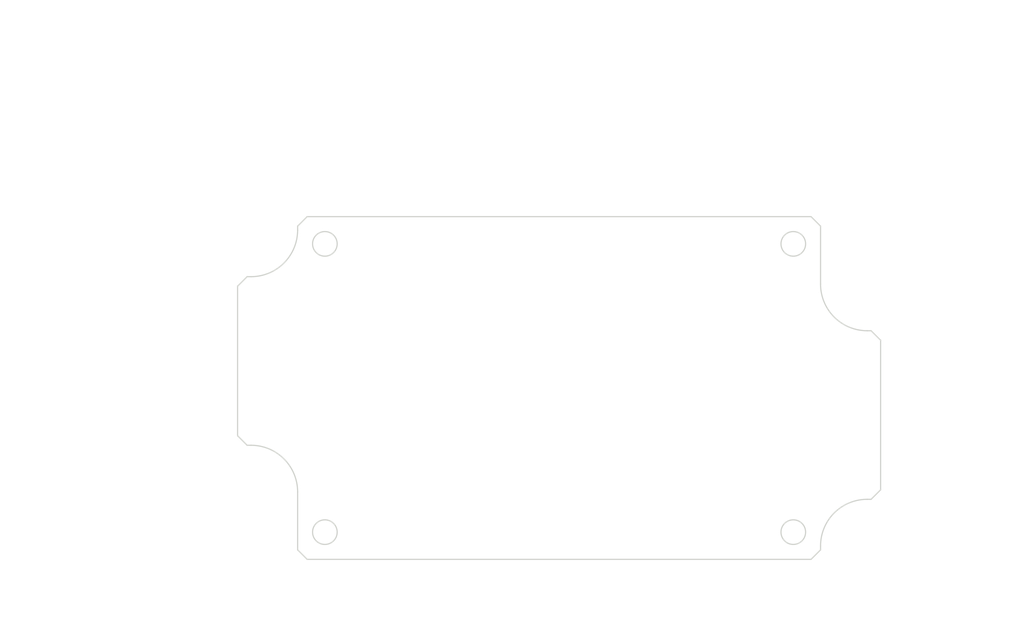
<source format=kicad_pcb>
(kicad_pcb (version 20221018) (generator pcbnew)

  (general
    (thickness 1.6)
  )

  (paper "A4")
  (layers
    (0 "F.Cu" signal)
    (31 "B.Cu" signal)
    (32 "B.Adhes" user "B.Adhesive")
    (33 "F.Adhes" user "F.Adhesive")
    (34 "B.Paste" user)
    (35 "F.Paste" user)
    (36 "B.SilkS" user "B.Silkscreen")
    (37 "F.SilkS" user "F.Silkscreen")
    (38 "B.Mask" user)
    (39 "F.Mask" user)
    (40 "Dwgs.User" user "User.Drawings")
    (41 "Cmts.User" user "User.Comments")
    (42 "Eco1.User" user "User.Eco1")
    (43 "Eco2.User" user "User.Eco2")
    (44 "Edge.Cuts" user)
    (45 "Margin" user)
    (46 "B.CrtYd" user "B.Courtyard")
    (47 "F.CrtYd" user "F.Courtyard")
    (48 "B.Fab" user)
    (49 "F.Fab" user)
  )

  (setup
    (pad_to_mask_clearance 0.051)
    (solder_mask_min_width 0.25)
    (pcbplotparams
      (layerselection 0x00010fc_ffffffff)
      (plot_on_all_layers_selection 0x0000000_00000000)
      (disableapertmacros false)
      (usegerberextensions false)
      (usegerberattributes false)
      (usegerberadvancedattributes false)
      (creategerberjobfile false)
      (dashed_line_dash_ratio 12.000000)
      (dashed_line_gap_ratio 3.000000)
      (svgprecision 4)
      (plotframeref false)
      (viasonmask false)
      (mode 1)
      (useauxorigin false)
      (hpglpennumber 1)
      (hpglpenspeed 20)
      (hpglpendiameter 15.000000)
      (dxfpolygonmode true)
      (dxfimperialunits true)
      (dxfusepcbnewfont true)
      (psnegative false)
      (psa4output false)
      (plotreference true)
      (plotvalue true)
      (plotinvisibletext false)
      (sketchpadsonfab false)
      (subtractmaskfromsilk false)
      (outputformat 1)
      (mirror false)
      (drillshape 1)
      (scaleselection 1)
      (outputdirectory "")
    )
  )

  (net 0 "")

  (gr_line (start 92.766951 72.206335) (end 89.955865 72.206335)
    (stroke (width 0.2) (type solid)) (layer "Dwgs.User") (tstamp 0a01fd33-c841-4ed5-a122-c1089932b17c))
  (gr_line (start 92.766951 94.572452) (end 92.766951 48.014729)
    (stroke (width 0.2) (type solid)) (layer "Dwgs.User") (tstamp 0d3a8dd3-e732-4f5c-a388-d20154bbccef))
  (gr_line (start 199.841048 103.572452) (end 199.841048 48.014729)
    (stroke (width 0.2) (type solid)) (layer "Dwgs.User") (tstamp 0e83a221-672f-47f6-9855-697d1f8029f3))
  (gr_line (start 115.557608 122.71681) (end 113.557608 122.71681)
    (stroke (width 0.2) (type solid)) (layer "Dwgs.User") (tstamp 16af998e-9de7-4626-ba6c-d14b2de1132e))
  (gr_line (start 189.047294 140.265301) (end 189.8838 142.673672)
    (stroke (width 0.2) (type solid)) (layer "Dwgs.User") (tstamp 267cddf4-fe1b-4ec5-9eda-a2f12fade508))
  (gr_line (start 94.766951 51.189729) (end 141.596087 51.189729)
    (stroke (width 0.2) (type solid)) (layer "Dwgs.User") (tstamp 2cb913c5-911c-42ee-9bb4-bc5760e23e6b))
  (gr_line (start 105.303999 146.522) (end 104.646404 146.522)
    (stroke (width 0.2) (type solid)) (layer "Dwgs.User") (tstamp 2d5ca1b8-0634-453f-9979-eaae8749dde2))
  (gr_line (start 189.8838 142.673672) (end 190.74575 142.16668)
    (stroke (width 0.2) (type solid)) (layer "Dwgs.User") (tstamp 3086958a-7f27-4e40-9e23-851ef41a0f70))
  (gr_line (start 215.992243 134.522) (end 215.992243 116.079436)
    (stroke (width 0.2) (type solid)) (layer "Dwgs.User") (tstamp 32534e12-4720-4a93-a48f-52da7fa02682))
  (gr_line (start 197.841048 51.189729) (end 151.011912 51.189729)
    (stroke (width 0.2) (type solid)) (layer "Dwgs.User") (tstamp 3313485a-8aae-4eeb-8174-c3547bb2f4d6))
  (gr_line (start 120.079197 134.522) (end 120.079197 132.522)
    (stroke (width 0.2) (type solid)) (layer "Dwgs.User") (tstamp 3a70ecac-2ad2-4da2-bd14-8ce53f7077dc))
  (gr_line (start 81.601431 93.984952) (end 81.601431 99.957285)
    (stroke (width 0.2) (type solid)) (layer "Dwgs.User") (tstamp 428a63d8-965d-4073-b826-912d1d0cbd40))
  (gr_line (start 57.235491 139.059049) (end 57.235491 116.079436)
    (stroke (width 0.2) (type solid)) (layer "Dwgs.User") (tstamp 456e8cec-d2d3-48b1-8410-2ceeb6a6f78f))
  (gr_line (start 189.047298 140.265299) (end 189.883805 142.673671)
    (stroke (width 0.2) (type solid)) (layer "Dwgs.User") (tstamp 47144f83-dc80-4e46-b9e9-8dce07c3e5a7))
  (gr_line (start 186.304 136.522) (end 219.167243 136.522)
    (stroke (width 0.2) (type solid)) (layer "Dwgs.User") (tstamp 4726553d-75fb-4894-8d14-b935283a6883))
  (gr_line (start 93.354451 93.984952) (end 81.179451 93.984952)
    (stroke (width 0.2) (type solid)) (layer "Dwgs.User") (tstamp 4ff01697-5696-4e08-84e9-b2b35c3d493d))
  (gr_line (start 109.303999 73.851084) (end 142.259388 73.851084)
    (stroke (width 0.2) (type solid)) (layer "Dwgs.User") (tstamp 59f2b15a-fad2-4db0-9a2d-5038196c89f0))
  (gr_line (start 107.303999 87.522001) (end 107.303999 70.676084)
    (stroke (width 0.2) (type solid)) (layer "Dwgs.User") (tstamp 5c47e754-3388-43e2-b545-0ab97af39fbd))
  (gr_line (start 102.766951 84.572452) (end 102.766951 69.031335)
    (stroke (width 0.2) (type solid)) (layer "Dwgs.User") (tstamp 63e894f2-8476-43cb-8b4b-f739e446822a))
  (gr_line (start 93.354451 93.984952) (end 78.426431 93.984952)
    (stroke (width 0.2) (type solid)) (layer "Dwgs.User") (tstamp 6735c944-abf6-415d-a3a3-bde98cc1699d))
  (gr_line (start 189.841048 84.572452) (end 189.841048 59.002395)
    (stroke (width 0.2) (type solid)) (layer "Dwgs.User") (tstamp 72cc3499-c276-489c-b81c-f26f2de279b2))
  (gr_line (start 100.766951 72.206335) (end 94.766951 72.206335)
    (stroke (width 0.2) (type solid)) (layer "Dwgs.User") (tstamp 74dbd39c-e204-406c-94f5-f237f8c5ba7a))
  (gr_line (start 120.079197 143.059049) (end 120.079197 150.202918)
    (stroke (width 0.2) (type solid)) (layer "Dwgs.User") (tstamp 7de4ddae-0f81-481e-9154-50ef47e3bc4d))
  (gr_line (start 102.766951 84.572452) (end 102.766951 59.002395)
    (stroke (width 0.2) (type solid)) (layer "Dwgs.User") (tstamp 7f22f7c0-09ec-4036-9287-efab04d7ce7b))
  (gr_line (start 186.304 88.522001) (end 219.167243 88.522)
    (stroke (width 0.2) (type solid)) (layer "Dwgs.User") (tstamp 856ac563-3da9-484b-98db-22bc561820b5))
  (gr_line (start 81.601431 99.957285) (end 79.601431 99.957285)
    (stroke (width 0.2) (type solid)) (layer "Dwgs.User") (tstamp 868291a4-d68a-4637-8f35-603c8df31b29))
  (gr_line (start 92.766951 94.572452) (end 92.766951 69.031335)
    (stroke (width 0.2) (type solid)) (layer "Dwgs.User") (tstamp 8a8060e8-f020-4cdb-8689-eec0c7c770e2))
  (gr_line (start 202.818467 141.681541) (end 200.818467 141.681541)
    (stroke (width 0.2) (type solid)) (layer "Dwgs.User") (tstamp 8abb49a5-c35a-4ec8-8dca-6300b9a1fa7f))
  (gr_line (start 107.303999 137.522) (end 107.303999 149.697)
    (stroke (width 0.2) (type solid)) (layer "Dwgs.User") (tstamp 9064c990-5691-4bd8-aa5f-7f3e6bca601a))
  (gr_line (start 113.557608 122.71681) (end 108.975143 132.832857)
    (stroke (width 0.2) (type solid)) (layer "Dwgs.User") (tstamp 948a9691-959e-41b5-a261-cdfcf2b91c3c))
  (gr_line (start 185.304 87.522001) (end 185.304 70.676084)
    (stroke (width 0.2) (type solid)) (layer "Dwgs.User") (tstamp 9df6292c-b1ab-4672-86f2-659d0dfa6117))
  (gr_line (start 108.304 136.522) (end 123.254197 136.522)
    (stroke (width 0.2) (type solid)) (layer "Dwgs.User") (tstamp 9e6b3dc6-d585-4d0a-9f17-3c73925bcf40))
  (gr_line (start 81.601431 85.984952) (end 81.601431 91.984952)
    (stroke (width 0.2) (type solid)) (layer "Dwgs.User") (tstamp ad5778e7-9c36-4459-aaa3-3b62eef998c5))
  (gr_line (start 189.883805 142.673671) (end 190.745755 142.166678)
    (stroke (width 0.2) (type solid)) (layer "Dwgs.User") (tstamp b2f56023-50a3-4f13-8602-6f5687a4d932))
  (gr_line (start 190.745755 142.166678) (end 189.047298 140.265299)
    (stroke (width 0.2) (type solid)) (layer "Dwgs.User") (tstamp b792894d-32f3-47b7-a2a2-aba0fade19df))
  (gr_line (start 84.354451 95.984952) (end 84.354451 104.464565)
    (stroke (width 0.2) (type solid)) (layer "Dwgs.User") (tstamp bb3568a0-23e6-41b7-b339-018d34e30a04))
  (gr_line (start 200.818467 141.681541) (end 193.298203 134.991631)
    (stroke (width 0.2) (type solid)) (layer "Dwgs.User") (tstamp c076fd9c-1bdb-4f99-88b5-c96cb030e44c))
  (gr_line (start 183.304 73.851084) (end 150.348611 73.851084)
    (stroke (width 0.2) (type solid)) (layer "Dwgs.User") (tstamp c1f04db6-81ec-4373-b890-a84b2033730c))
  (gr_line (start 215.992243 90.522001) (end 215.992243 108.964565)
    (stroke (width 0.2) (type solid)) (layer "Dwgs.User") (tstamp c3feeae8-3d97-472f-b980-e96a7b6771d5))
  (gr_line (start 94.766951 146.522) (end 96.558341 146.522)
    (stroke (width 0.2) (type solid)) (layer "Dwgs.User") (tstamp c63af86d-f1ff-4eb8-b177-14ce925822f1))
  (gr_line (start 84.354451 120.059049) (end 84.354451 111.579436)
    (stroke (width 0.2) (type solid)) (layer "Dwgs.User") (tstamp c79a6518-7514-4f58-9c33-c35db43f43b4))
  (gr_line (start 190.31478 142.420174) (end 189.047298 140.265299)
    (stroke (width 0.2) (type solid)) (layer "Dwgs.User") (tstamp c7ddcb62-3caa-44b9-89c6-f507337855eb))
  (gr_line (start 107.303999 136.612001) (end 107.303999 136.432001)
    (stroke (width 0.2) (type solid)) (layer "Dwgs.User") (tstamp c8164266-24fe-421f-81db-896600a26741))
  (gr_line (start 103.354451 83.984952) (end 78.426431 83.984952)
    (stroke (width 0.2) (type solid)) (layer "Dwgs.User") (tstamp cc88a412-8af1-448f-b3c4-39220454796c))
  (gr_line (start 103.354451 141.059049) (end 54.060491 141.059049)
    (stroke (width 0.2) (type solid)) (layer "Dwgs.User") (tstamp d063b92a-3784-4c57-86d6-2430aefd134c))
  (gr_line (start 104.766951 62.177395) (end 142.256489 62.177395)
    (stroke (width 0.2) (type solid)) (layer "Dwgs.User") (tstamp d557f1f9-64a1-4739-b0b5-80d1dd2a5cec))
  (gr_line (start 190.31478 142.420174) (end 194.048706 148.76831)
    (stroke (width 0.2) (type solid)) (layer "Dwgs.User") (tstamp d8a85559-7570-477b-84be-063da923a4d5))
  (gr_line (start 120.079197 150.202918) (end 118.079197 150.202918)
    (stroke (width 0.2) (type solid)) (layer "Dwgs.User") (tstamp e36edd31-613d-4869-910f-6192d0b4b887))
  (gr_line (start 187.841048 62.177395) (end 150.35151 62.177395)
    (stroke (width 0.2) (type solid)) (layer "Dwgs.User") (tstamp e37a6841-9710-4a9b-b368-a4ff5f1a3ba3))
  (gr_line (start 107.213999 136.522001) (end 107.393999 136.522001)
    (stroke (width 0.2) (type solid)) (layer "Dwgs.User") (tstamp e4f990f4-1c56-4075-ad48-3d8ef60e80f7))
  (gr_line (start 194.048706 148.76831) (end 196.548706 148.76831)
    (stroke (width 0.2) (type solid)) (layer "Dwgs.User") (tstamp e88962d1-35f9-4a6b-a410-721374ff4f5d))
  (gr_line (start 190.74575 142.16668) (end 189.047294 140.265301)
    (stroke (width 0.2) (type solid)) (layer "Dwgs.User") (tstamp ec08bf0e-a234-4bb2-9305-0a0b43a0334c))
  (gr_line (start 93.354451 122.059049) (end 81.179451 122.059049)
    (stroke (width 0.2) (type solid)) (layer "Dwgs.User") (tstamp edbffe50-455f-4d37-b600-b2d6dd2d8959))
  (gr_line (start 92.766951 121.471549) (end 92.766951 149.697)
    (stroke (width 0.2) (type solid)) (layer "Dwgs.User") (tstamp f0f1dda9-0ea3-4c84-9adc-4473855fc96b))
  (gr_line (start 103.354451 83.984952) (end 54.060491 83.984952)
    (stroke (width 0.2) (type solid)) (layer "Dwgs.User") (tstamp f83eb460-4ec5-4079-966f-2c58b3d9d27e))
  (gr_line (start 57.235491 85.984952) (end 57.235491 108.964565)
    (stroke (width 0.2) (type solid)) (layer "Dwgs.User") (tstamp fe4abf9b-98e2-4be2-ae66-8b367cb736dc))
  (gr_line (start 199.841048 104.572452) (end 198.253548 102.984952)
    (stroke (width 0.2) (type solid)) (layer "Edge.Cuts") (tstamp 03ec3ab2-89c9-4a60-bd7c-efba1598f301))
  (gr_line (start 95.003999 122.059049) (end 94.354451 122.059049)
    (stroke (width 0.2) (type solid)) (layer "Edge.Cuts") (tstamp 0eb244f1-51d9-4616-858b-33156fdd2a2a))
  (gr_line (start 94.354451 93.984952) (end 95.003999 93.984952)
    (stroke (width 0.2) (type solid)) (layer "Edge.Cuts") (tstamp 1c2596b3-50af-4057-a0fa-be2a6c74ce6b))
  (gr_line (start 188.253548 141.059049) (end 189.841048 139.471549)
    (stroke (width 0.2) (type solid)) (layer "Edge.Cuts") (tstamp 2f386ef6-66e1-402b-84eb-198dde8b2094))
  (gr_line (start 198.253548 131.059049) (end 197.604 131.059049)
    (stroke (width 0.2) (type solid)) (layer "Edge.Cuts") (tstamp 4108e960-351d-41c7-a445-698d71a52366))
  (gr_line (start 102.766951 86.222) (end 102.766951 85.572452)
    (stroke (width 0.2) (type solid)) (layer "Edge.Cuts") (tstamp 4cbc67cb-3201-4cf0-80ef-9a43df702e3d))
  (gr_line (start 94.354451 93.984952) (end 92.766951 95.572452)
    (stroke (width 0.2) (type solid)) (layer "Edge.Cuts") (tstamp 512b14fc-9bad-4bf1-bf7b-3172b7b23be5))
  (gr_line (start 198.253548 131.059049) (end 199.841048 129.471549)
    (stroke (width 0.2) (type solid)) (layer "Edge.Cuts") (tstamp 569d4d31-92c6-428f-b92f-31e595bde506))
  (gr_arc (start 197.604 102.984952) (mid 192.114764 100.711236) (end 189.841048 95.222)
    (stroke (width 0.2) (type solid)) (layer "Edge.Cuts") (tstamp 581d456b-1323-4dcf-b23c-6853e6f0a839))
  (gr_line (start 199.841048 104.572452) (end 199.841048 129.471549)
    (stroke (width 0.2) (type solid)) (layer "Edge.Cuts") (tstamp 5af7ace6-200a-456f-9c96-213c20e7e19e))
  (gr_circle (center 107.303999 136.522) (end 109.353999 136.522)
    (stroke (width 0.2) (type solid)) (fill none) (layer "Edge.Cuts") (tstamp 62a4ff8b-f894-4f54-bff7-373970ef470e))
  (gr_line (start 188.253548 141.059049) (end 104.354451 141.059049)
    (stroke (width 0.2) (type solid)) (layer "Edge.Cuts") (tstamp 64fea44a-1541-45e9-a439-0cf976ec594a))
  (gr_arc (start 102.766951 86.222) (mid 100.493235 91.711236) (end 95.003999 93.984952)
    (stroke (width 0.2) (type solid)) (layer "Edge.Cuts") (tstamp 813f888f-a6ab-4a8f-a1b4-7c6799fa531d))
  (gr_arc (start 189.841048 138.822001) (mid 192.114764 133.332765) (end 197.604 131.059049)
    (stroke (width 0.2) (type solid)) (layer "Edge.Cuts") (tstamp 8caf0ae7-b092-43a2-8937-180eeb2ed1b9))
  (gr_circle (center 185.304 136.522) (end 187.354 136.522)
    (stroke (width 0.2) (type solid)) (fill none) (layer "Edge.Cuts") (tstamp 969f93e6-37b9-4678-a6be-025ec08f49da))
  (gr_line (start 104.354451 83.984952) (end 102.766951 85.572452)
    (stroke (width 0.2) (type solid)) (layer "Edge.Cuts") (tstamp a499701b-3950-4a23-a92b-fe49f1173f3f))
  (gr_line (start 92.766951 120.471549) (end 94.354451 122.059049)
    (stroke (width 0.2) (type solid)) (layer "Edge.Cuts") (tstamp a7d97188-12fc-4091-9164-a05066bf3d4d))
  (gr_line (start 189.841048 85.572452) (end 189.841048 95.222)
    (stroke (width 0.2) (type solid)) (layer "Edge.Cuts") (tstamp ac10bb94-9141-42e7-af83-f58be46d306f))
  (gr_circle (center 107.303999 88.522001) (end 109.353999 88.522001)
    (stroke (width 0.2) (type solid)) (fill none) (layer "Edge.Cuts") (tstamp ad960411-114e-41bf-9557-c7cacc33c481))
  (gr_line (start 189.841048 138.822001) (end 189.841048 139.471549)
    (stroke (width 0.2) (type solid)) (layer "Edge.Cuts") (tstamp c118ff23-3dd1-47f9-87ff-4e91fefa5c1c))
  (gr_circle (center 185.304 88.522001) (end 187.354 88.522001)
    (stroke (width 0.2) (type solid)) (fill none) (layer "Edge.Cuts") (tstamp d441c932-faa2-47c8-b480-07c7e9eeb23d))
  (gr_line (start 189.841048 85.572452) (end 188.253548 83.984952)
    (stroke (width 0.2) (type solid)) (layer "Edge.Cuts") (tstamp df9d6e16-cb41-45b1-9bda-005da42de527))
  (gr_arc (start 95.003999 122.059048) (mid 100.493235 124.332764) (end 102.766951 129.822)
    (stroke (width 0.2) (type solid)) (layer "Edge.Cuts") (tstamp e2dcade0-8938-4ddd-ba92-832fb7c29aa0))
  (gr_line (start 102.766951 139.471549) (end 102.766951 129.822001)
    (stroke (width 0.2) (type solid)) (layer "Edge.Cuts") (tstamp e365ac93-dc7b-440c-8117-95f10cd48c93))
  (gr_line (start 92.766951 120.471549) (end 92.766951 95.572452)
    (stroke (width 0.2) (type solid)) (layer "Edge.Cuts") (tstamp e5e80308-c681-4187-97e2-895e37778710))
  (gr_line (start 197.604 102.984952) (end 198.253548 102.984952)
    (stroke (width 0.2) (type solid)) (layer "Edge.Cuts") (tstamp f076e702-6470-41a3-9ede-cf7230d2bb11))
  (gr_line (start 104.354451 83.984952) (end 188.253548 83.984952)
    (stroke (width 0.2) (type solid)) (layer "Edge.Cuts") (tstamp f7fe0570-ad70-4789-88b4-0b76a3735f10))
  (gr_line (start 102.766951 139.471549) (end 104.354451 141.059049)
    (stroke (width 0.2) (type solid)) (layer "Edge.Cuts") (tstamp f991b900-861c-48e2-a8af-2216fcc5dfad))
  (gr_text "[1.11]" (at 84.354451 109.911462) (layer "Dwgs.User") (tstamp 1967fd1d-e331-4d4d-8eeb-0c8754f54906)
    (effects (font (size 1.7 1.53) (thickness 0.2125)))
  )
  (gr_text " ∅4.10\n[∅0.16]" (at 120.094478 122.71681) (layer "Dwgs.User") (tstamp 24f6ff75-5c91-40dd-bb2c-94358157b4c5)
    (effects (font (size 1.7 1.53) (thickness 0.2125)))
  )
  (gr_text " 57.07" (at 57.235491 110.854026) (layer "Dwgs.User") (tstamp 2d2e8e21-9751-4541-ac1e-abdf7968759a)
    (effects (font (size 1.7 1.53) (thickness 0.2125)))
  )
  (gr_text " 10.00" (at 85.911254 70.538361) (layer "Dwgs.User") (tstamp 2fb1c7a6-bc2f-437e-ab71-c35d72955155)
    (effects (font (size 1.7 1.53) (thickness 0.2125)))
  )
  (gr_text "[2.25]" (at 57.235491 114.411462) (layer "Dwgs.User") (tstamp 3088e562-73ee-4f95-a6a2-2c30b57d11e0)
    (effects (font (size 1.7 1.53) (thickness 0.2125)))
  )
  (gr_text " 10.00" (at 75.556819 98.289311) (layer "Dwgs.User") (tstamp 440257f0-5baa-4183-a4f9-93cb77084695)
    (effects (font (size 1.7 1.53) (thickness 0.2125)))
  )
  (gr_text " 48.00" (at 215.992243 110.854026) (layer "Dwgs.User") (tstamp 45faed51-6c41-4375-97ae-4dc24e05650e)
    (effects (font (size 1.7 1.53) (thickness 0.2125)))
  )
  (gr_text " 28.07" (at 84.354451 106.354026) (layer "Dwgs.User") (tstamp 4be4c973-96a9-4762-880a-14c34cea14c1)
    (effects (font (size 1.7 1.53) (thickness 0.2125)))
  )
  (gr_text "[.39]" (at 75.556819 101.846746) (layer "Dwgs.User") (tstamp 5edb9a4e-c91f-4742-8501-cebd1f88a905)
    (effects (font (size 1.7 1.53) (thickness 0.2125)))
  )
  (gr_text " 87.07" (at 146.304 60.509421) (layer "Dwgs.User") (tstamp 65cb07fb-b00c-476c-9773-63b9ffec3cc1)
    (effects (font (size 1.7 1.53) (thickness 0.2125)))
  )
  (gr_text "[.18]" (at 114.695568 152.092379) (layer "Dwgs.User") (tstamp 693cb0f1-5af3-46d9-b1c4-dcf1d8dc6e94)
    (effects (font (size 1.7 1.53) (thickness 0.2125)))
  )
  (gr_text "[4.22]" (at 146.304 53.07919) (layer "Dwgs.User") (tstamp 769d9220-c40b-4508-ac8a-78db399aaea6)
    (effects (font (size 1.7 1.53) (thickness 0.2125)))
  )
  (gr_text "[R0.31]" (at 207.289238 143.571002) (layer "Dwgs.User") (tstamp 8f099a5c-d925-4172-87d2-178593eab0fa)
    (effects (font (size 1.7 1.53) (thickness 0.2125)))
  )
  (gr_text "[.57]" (at 100.602373 148.407983) (layer "Dwgs.User") (tstamp 9cb5456e-d2cf-4f9b-8637-5a109734afe3)
    (effects (font (size 1.7 1.53) (thickness 0.2125)))
  )
  (gr_text "[.39]" (at 85.911254 74.095796) (layer "Dwgs.User") (tstamp a31a79c9-b24f-4968-96ae-0ac35ac7a45b)
    (effects (font (size 1.7 1.53) (thickness 0.2125)))
  )
  (gr_text " R7.76" (at 207.289238 140.013567) (layer "Dwgs.User") (tstamp a47b2fd0-9996-4684-b80d-d6056be8dc39)
    (effects (font (size 1.7 1.53) (thickness 0.2125)))
  )
  (gr_text " 14.54" (at 100.602373 144.854026) (layer "Dwgs.User") (tstamp a9dd9e53-0333-4dae-b6e4-0e50547b4dea)
    (effects (font (size 1.7 1.53) (thickness 0.2125)))
  )
  (gr_text "[3.07]" (at 146.304 75.740545) (layer "Dwgs.User") (tstamp ab9abc59-1d50-4793-acb1-4f5bbb928eb5)
    (effects (font (size 1.7 1.53) (thickness 0.2125)))
  )
  (gr_text " 107.07" (at 146.304 49.521755) (layer "Dwgs.User") (tstamp ae4b31e5-b1d2-4631-b56f-2040760650da)
    (effects (font (size 1.7 1.53) (thickness 0.2125)))
  )
  (gr_text "1.59 X 45.0° Chamfer" (at 197.619347 149.647464) (layer "Dwgs.User") (tstamp d2ee15ab-7e7c-4062-adc0-aa99129e6dc9)
    (effects (font (size 1.7 1.53) (thickness 0.2125)) (justify left bottom))
  )
  (gr_text " 4.54" (at 114.695568 148.538422) (layer "Dwgs.User") (tstamp e5051c79-2cca-4f47-9d6c-13b9cd83bc1b)
    (effects (font (size 1.7 1.53) (thickness 0.2125)))
  )
  (gr_text "[1.89]" (at 215.992243 114.411462) (layer "Dwgs.User") (tstamp eb234707-0143-48ae-8ae3-9af783c5224b)
    (effects (font (size 1.7 1.53) (thickness 0.2125)))
  )
  (gr_text " 78.00" (at 146.304 72.18311) (layer "Dwgs.User") (tstamp ed289605-bd6e-4893-8caa-b76d6a40ca78)
    (effects (font (size 1.7 1.53) (thickness 0.2125)))
  )
  (gr_text "[3.43]" (at 146.304 64.066856) (layer "Dwgs.User") (tstamp ff791b0d-e0e7-4caf-a186-abdc096391c5)
    (effects (font (size 1.7 1.53) (thickness 0.2125)))
  )

)

</source>
